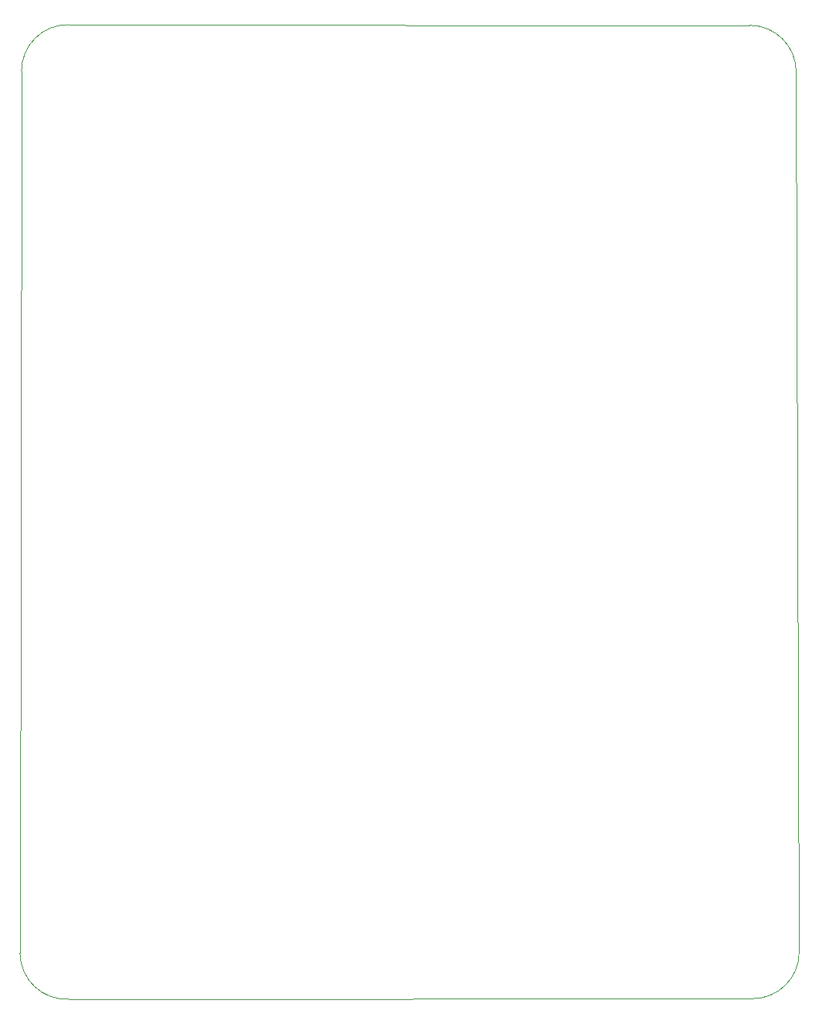
<source format=gbr>
%TF.GenerationSoftware,KiCad,Pcbnew,7.0.8*%
%TF.CreationDate,2024-03-19T23:20:07-04:00*%
%TF.ProjectId,TechDevPCB,54656368-4465-4765-9043-422e6b696361,rev?*%
%TF.SameCoordinates,Original*%
%TF.FileFunction,Profile,NP*%
%FSLAX46Y46*%
G04 Gerber Fmt 4.6, Leading zero omitted, Abs format (unit mm)*
G04 Created by KiCad (PCBNEW 7.0.8) date 2024-03-19 23:20:07*
%MOMM*%
%LPD*%
G01*
G04 APERTURE LIST*
%TA.AperFunction,Profile*%
%ADD10C,0.100000*%
%TD*%
G04 APERTURE END LIST*
D10*
X109651800Y-38100000D02*
G75*
G03*
X104571800Y-43180000I0J-5080000D01*
G01*
X189458600Y-43256200D02*
G75*
G03*
X184378600Y-38176200I-5080000J0D01*
G01*
X104402337Y-139790897D02*
G75*
G03*
X109728000Y-144856199I5071663J-3D01*
G01*
X184708800Y-144805400D02*
G75*
G03*
X189788800Y-139725400I0J5080000D01*
G01*
X104571800Y-43180000D02*
X104402333Y-139790897D01*
X184708800Y-144805400D02*
X109728000Y-144856199D01*
X184048400Y-38176200D02*
X184378600Y-38176200D01*
X109651800Y-38100000D02*
X184048400Y-38176200D01*
X189788800Y-139725400D02*
X189458600Y-43256200D01*
M02*

</source>
